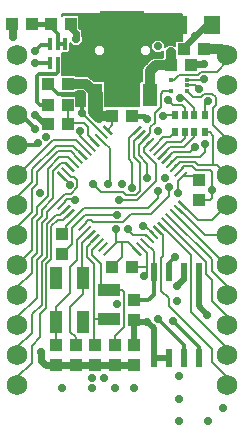
<source format=gbl>
G75*
G70*
%OFA0B0*%
%FSLAX24Y24*%
%IPPOS*%
%LPD*%
%AMOC8*
5,1,8,0,0,1.08239X$1,22.5*
%
%ADD10R,0.0433X0.0748*%
%ADD11R,0.0394X0.0433*%
%ADD12C,0.0437*%
%ADD13R,0.0079X0.0394*%
%ADD14R,0.0394X0.0079*%
%ADD15R,0.0433X0.0394*%
%ADD16R,0.0220X0.0590*%
%ADD17R,0.0118X0.0390*%
%ADD18R,0.0748X0.0433*%
%ADD19R,0.0500X0.0750*%
%ADD20R,0.1500X0.0750*%
%ADD21R,0.0236X0.0315*%
%ADD22R,0.0197X0.0315*%
%ADD23R,0.0551X0.0630*%
%ADD24C,0.0690*%
%ADD25R,0.0177X0.0118*%
%ADD26C,0.0080*%
%ADD27C,0.0278*%
%ADD28C,0.0120*%
%ADD29C,0.0200*%
%ADD30C,0.0500*%
%ADD31C,0.0320*%
%ADD32C,0.0240*%
%ADD33C,0.0060*%
%ADD34C,0.0280*%
%ADD35C,0.0160*%
%ADD36C,0.0300*%
D10*
X003040Y003827D03*
X003946Y003827D03*
X003946Y005283D03*
X003040Y005283D03*
D11*
X003243Y006070D03*
X003243Y006740D03*
X003427Y010405D03*
X003427Y011055D03*
X002758Y011055D03*
X002758Y010405D03*
X002858Y013755D03*
X002227Y013755D03*
X001558Y013755D03*
X003527Y013755D03*
X007793Y008540D03*
X007793Y007870D03*
X005643Y003040D03*
X005643Y002370D03*
X004993Y002370D03*
X004993Y003040D03*
X004343Y003040D03*
X004343Y002370D03*
X003693Y002370D03*
X003693Y003040D03*
X003043Y003040D03*
X003043Y002370D03*
D12*
X004150Y013487D02*
X004150Y013923D01*
X006335Y013923D02*
X006335Y013487D01*
D13*
G36*
X005841Y010389D02*
X005896Y010334D01*
X005619Y010057D01*
X005564Y010112D01*
X005841Y010389D01*
G37*
G36*
X005980Y010250D02*
X006035Y010195D01*
X005758Y009918D01*
X005703Y009973D01*
X005980Y010250D01*
G37*
G36*
X006119Y010111D02*
X006174Y010056D01*
X005897Y009779D01*
X005842Y009834D01*
X006119Y010111D01*
G37*
G36*
X006259Y009972D02*
X006314Y009917D01*
X006037Y009640D01*
X005982Y009695D01*
X006259Y009972D01*
G37*
G36*
X006398Y009833D02*
X006453Y009778D01*
X006176Y009501D01*
X006121Y009556D01*
X006398Y009833D01*
G37*
G36*
X006537Y009693D02*
X006592Y009638D01*
X006315Y009361D01*
X006260Y009416D01*
X006537Y009693D01*
G37*
G36*
X006676Y009554D02*
X006731Y009499D01*
X006454Y009222D01*
X006399Y009277D01*
X006676Y009554D01*
G37*
G36*
X006815Y009415D02*
X006870Y009360D01*
X006593Y009083D01*
X006538Y009138D01*
X006815Y009415D01*
G37*
G36*
X006955Y009276D02*
X007010Y009221D01*
X006733Y008944D01*
X006678Y008999D01*
X006955Y009276D01*
G37*
G36*
X007094Y009137D02*
X007149Y009082D01*
X006872Y008805D01*
X006817Y008860D01*
X007094Y009137D01*
G37*
G36*
X007233Y008997D02*
X007288Y008942D01*
X007011Y008665D01*
X006956Y008720D01*
X007233Y008997D01*
G37*
G36*
X007372Y008858D02*
X007427Y008803D01*
X007150Y008526D01*
X007095Y008581D01*
X007372Y008858D01*
G37*
G36*
X004867Y006353D02*
X004922Y006298D01*
X004645Y006021D01*
X004590Y006076D01*
X004867Y006353D01*
G37*
G36*
X004727Y006492D02*
X004782Y006437D01*
X004505Y006160D01*
X004450Y006215D01*
X004727Y006492D01*
G37*
G36*
X004588Y006631D02*
X004643Y006576D01*
X004366Y006299D01*
X004311Y006354D01*
X004588Y006631D01*
G37*
G36*
X004449Y006770D02*
X004504Y006715D01*
X004227Y006438D01*
X004172Y006493D01*
X004449Y006770D01*
G37*
G36*
X004310Y006909D02*
X004365Y006854D01*
X004088Y006577D01*
X004033Y006632D01*
X004310Y006909D01*
G37*
G36*
X004171Y007049D02*
X004226Y006994D01*
X003949Y006717D01*
X003894Y006772D01*
X004171Y007049D01*
G37*
G36*
X004031Y007188D02*
X004086Y007133D01*
X003809Y006856D01*
X003754Y006911D01*
X004031Y007188D01*
G37*
G36*
X003892Y007327D02*
X003947Y007272D01*
X003670Y006995D01*
X003615Y007050D01*
X003892Y007327D01*
G37*
G36*
X003753Y007466D02*
X003808Y007411D01*
X003531Y007134D01*
X003476Y007189D01*
X003753Y007466D01*
G37*
G36*
X003614Y007605D02*
X003669Y007550D01*
X003392Y007273D01*
X003337Y007328D01*
X003614Y007605D01*
G37*
G36*
X003475Y007745D02*
X003530Y007690D01*
X003253Y007413D01*
X003198Y007468D01*
X003475Y007745D01*
G37*
G36*
X003335Y007884D02*
X003390Y007829D01*
X003113Y007552D01*
X003058Y007607D01*
X003335Y007884D01*
G37*
D14*
G36*
X003113Y008858D02*
X003390Y008581D01*
X003335Y008526D01*
X003058Y008803D01*
X003113Y008858D01*
G37*
G36*
X003253Y008997D02*
X003530Y008720D01*
X003475Y008665D01*
X003198Y008942D01*
X003253Y008997D01*
G37*
G36*
X003392Y009137D02*
X003669Y008860D01*
X003614Y008805D01*
X003337Y009082D01*
X003392Y009137D01*
G37*
G36*
X003531Y009276D02*
X003808Y008999D01*
X003753Y008944D01*
X003476Y009221D01*
X003531Y009276D01*
G37*
G36*
X003670Y009415D02*
X003947Y009138D01*
X003892Y009083D01*
X003615Y009360D01*
X003670Y009415D01*
G37*
G36*
X003809Y009554D02*
X004086Y009277D01*
X004031Y009222D01*
X003754Y009499D01*
X003809Y009554D01*
G37*
G36*
X003949Y009693D02*
X004226Y009416D01*
X004171Y009361D01*
X003894Y009638D01*
X003949Y009693D01*
G37*
G36*
X004088Y009833D02*
X004365Y009556D01*
X004310Y009501D01*
X004033Y009778D01*
X004088Y009833D01*
G37*
G36*
X004227Y009972D02*
X004504Y009695D01*
X004449Y009640D01*
X004172Y009917D01*
X004227Y009972D01*
G37*
G36*
X004366Y010111D02*
X004643Y009834D01*
X004588Y009779D01*
X004311Y010056D01*
X004366Y010111D01*
G37*
G36*
X004505Y010250D02*
X004782Y009973D01*
X004727Y009918D01*
X004450Y010195D01*
X004505Y010250D01*
G37*
G36*
X004645Y010389D02*
X004922Y010112D01*
X004867Y010057D01*
X004590Y010334D01*
X004645Y010389D01*
G37*
G36*
X006593Y007327D02*
X006870Y007050D01*
X006815Y006995D01*
X006538Y007272D01*
X006593Y007327D01*
G37*
G36*
X006454Y007188D02*
X006731Y006911D01*
X006676Y006856D01*
X006399Y007133D01*
X006454Y007188D01*
G37*
G36*
X006315Y007049D02*
X006592Y006772D01*
X006537Y006717D01*
X006260Y006994D01*
X006315Y007049D01*
G37*
G36*
X006176Y006909D02*
X006453Y006632D01*
X006398Y006577D01*
X006121Y006854D01*
X006176Y006909D01*
G37*
G36*
X006037Y006770D02*
X006314Y006493D01*
X006259Y006438D01*
X005982Y006715D01*
X006037Y006770D01*
G37*
G36*
X005897Y006631D02*
X006174Y006354D01*
X006119Y006299D01*
X005842Y006576D01*
X005897Y006631D01*
G37*
G36*
X005758Y006492D02*
X006035Y006215D01*
X005980Y006160D01*
X005703Y006437D01*
X005758Y006492D01*
G37*
G36*
X005619Y006353D02*
X005896Y006076D01*
X005841Y006021D01*
X005564Y006298D01*
X005619Y006353D01*
G37*
G36*
X006733Y007466D02*
X007010Y007189D01*
X006955Y007134D01*
X006678Y007411D01*
X006733Y007466D01*
G37*
G36*
X006872Y007605D02*
X007149Y007328D01*
X007094Y007273D01*
X006817Y007550D01*
X006872Y007605D01*
G37*
G36*
X007011Y007745D02*
X007288Y007468D01*
X007233Y007413D01*
X006956Y007690D01*
X007011Y007745D01*
G37*
G36*
X007150Y007884D02*
X007427Y007607D01*
X007372Y007552D01*
X007095Y007829D01*
X007150Y007884D01*
G37*
D15*
X005577Y005655D03*
X004908Y005655D03*
X005643Y004540D03*
X005643Y003870D03*
X005577Y010685D03*
X004908Y010685D03*
X003427Y011755D03*
X002758Y011755D03*
X006858Y012375D03*
X007308Y012905D03*
X007527Y012375D03*
X007977Y012905D03*
D16*
X007793Y005495D03*
X007293Y005495D03*
X006793Y005495D03*
X006293Y005495D03*
X006293Y002615D03*
X006793Y002615D03*
X007293Y002615D03*
X007793Y002615D03*
D17*
X003349Y012440D03*
X003093Y012440D03*
X002837Y012440D03*
X002837Y013074D03*
X003093Y013074D03*
X003349Y013074D03*
D18*
X004793Y004897D03*
X004793Y003913D03*
D19*
X005243Y011385D03*
X006153Y011385D03*
X004333Y011385D03*
D20*
X005243Y013825D03*
D21*
X006991Y010730D03*
X006991Y010140D03*
X007995Y010140D03*
X007995Y010730D03*
D22*
X007650Y010730D03*
X007335Y010730D03*
X007335Y010140D03*
X007650Y010140D03*
D23*
X007142Y013705D03*
X008244Y013705D03*
D24*
X001743Y001705D03*
X001743Y002705D03*
X001743Y003705D03*
X001743Y004705D03*
X001743Y005705D03*
X001743Y006705D03*
X001743Y007705D03*
X001743Y008705D03*
X001743Y009705D03*
X001743Y010705D03*
X001743Y011705D03*
X001743Y012705D03*
X008743Y012705D03*
X008743Y011705D03*
X008743Y010705D03*
X008743Y009705D03*
X008743Y008705D03*
X008743Y007705D03*
X008743Y006705D03*
X008743Y005705D03*
X008743Y004705D03*
X008743Y003705D03*
X008743Y002705D03*
X008743Y001705D03*
D25*
X007413Y011508D03*
X007413Y011705D03*
X007413Y011902D03*
X006881Y011902D03*
X006881Y011508D03*
D26*
X006606Y011508D01*
X006523Y011425D01*
X006523Y010985D01*
X006323Y010785D01*
X006323Y010465D01*
X006183Y010325D01*
X006183Y010119D01*
X006008Y009945D01*
X005793Y009729D01*
X005793Y009385D01*
X006083Y009095D01*
X006083Y008605D01*
X006353Y008505D02*
X006353Y009095D01*
X005963Y009485D01*
X005963Y009621D01*
X006148Y009806D01*
X006287Y009669D02*
X006603Y009985D01*
X006836Y009985D01*
X006991Y010140D01*
X007203Y009805D02*
X007335Y009938D01*
X007335Y010140D01*
X007283Y010087D01*
X007203Y009805D02*
X006703Y009805D01*
X006694Y009796D01*
X006694Y009795D01*
X006426Y009527D01*
X006565Y009388D02*
X006822Y009645D01*
X007303Y009645D01*
X007650Y009992D01*
X007650Y010140D01*
X007995Y010140D02*
X008168Y010140D01*
X008273Y010035D01*
X008273Y009055D01*
X008283Y009045D01*
X008403Y009045D01*
X008743Y008705D01*
X008223Y008825D02*
X008223Y008225D01*
X008243Y008205D01*
X008243Y007955D01*
X008158Y007870D01*
X007793Y007870D01*
X007261Y007718D02*
X007774Y007205D01*
X008243Y007205D01*
X008743Y007705D01*
X008743Y006705D02*
X007996Y006705D01*
X007122Y007579D01*
X006983Y007439D02*
X008717Y005705D01*
X008743Y005705D01*
X008243Y005505D02*
X008743Y005005D01*
X008743Y004705D01*
X008243Y004505D02*
X008743Y004005D01*
X008743Y003705D01*
X008743Y002965D02*
X008743Y002705D01*
X008743Y002965D02*
X007543Y004165D01*
X007543Y006044D01*
X006565Y007022D01*
X006426Y006883D02*
X006593Y006716D01*
X006593Y006005D01*
X006543Y005955D01*
X006543Y004855D01*
X006793Y004605D01*
X006793Y004355D01*
X008243Y002905D01*
X008243Y002475D01*
X008743Y001975D01*
X008743Y001705D01*
X008243Y004505D02*
X008243Y005205D01*
X008043Y005405D01*
X008043Y005823D01*
X006704Y007161D01*
X006844Y007300D02*
X008239Y005905D01*
X008243Y005905D01*
X008243Y005505D01*
X006203Y007425D02*
X006793Y008015D01*
X006793Y008305D01*
X006793Y008145D01*
X007093Y008105D02*
X007093Y008524D01*
X007261Y008692D01*
X007640Y008692D01*
X007793Y008540D01*
X007703Y008885D02*
X007583Y009005D01*
X007296Y009005D01*
X007122Y008831D01*
X007122Y008834D01*
X006983Y008971D02*
X007177Y009165D01*
X007663Y009165D01*
X007783Y009045D01*
X008283Y009045D01*
X008163Y008885D02*
X007703Y008885D01*
X007843Y009325D02*
X008013Y009495D01*
X008013Y009755D01*
X007843Y009325D02*
X007059Y009325D01*
X006844Y009110D01*
X006704Y009249D02*
X006940Y009485D01*
X007513Y009485D01*
X007673Y009645D01*
X008163Y008885D02*
X008223Y008825D01*
X008743Y009705D02*
X008743Y009905D01*
X008263Y010385D01*
X008263Y010965D01*
X008363Y011065D01*
X008363Y011305D01*
X008243Y011425D01*
X007983Y011425D01*
X007863Y011305D01*
X007616Y011305D01*
X007413Y011508D01*
X007413Y011705D02*
X007683Y011705D01*
X007803Y011585D01*
X007960Y011902D02*
X007963Y011905D01*
X007960Y011902D02*
X007413Y011902D01*
X007416Y011905D01*
X007123Y012065D02*
X007783Y012065D01*
X007883Y012165D01*
X008403Y012165D01*
X008743Y012505D01*
X008743Y012705D01*
X008093Y011185D02*
X007995Y011087D01*
X007995Y010730D01*
X007650Y010730D02*
X007643Y010738D01*
X007643Y010945D01*
X007293Y011295D01*
X007153Y011295D01*
X007243Y011045D02*
X007343Y010945D01*
X007343Y010738D01*
X007335Y010730D01*
X007243Y011045D02*
X006943Y011045D01*
X006773Y011215D01*
X006783Y011205D01*
X006628Y010730D02*
X006593Y010695D01*
X006628Y010730D02*
X006991Y010730D01*
X006960Y011902D02*
X006881Y011902D01*
X006960Y011902D02*
X007123Y012065D01*
X005869Y010084D02*
X005623Y009838D01*
X005623Y009315D01*
X005823Y009115D01*
X005823Y008175D01*
X005703Y008055D01*
X005373Y008055D01*
X005283Y008145D01*
X004533Y008145D01*
X004273Y008405D01*
X004753Y008415D02*
X004823Y008485D01*
X004823Y009605D01*
X004683Y009745D01*
X004677Y009745D01*
X004477Y009945D01*
X004616Y010084D02*
X003916Y010785D01*
X003903Y010785D01*
X003973Y010465D02*
X003487Y010465D01*
X003427Y010405D01*
X003427Y011055D01*
X003973Y010465D02*
X004103Y010335D01*
X004103Y010041D01*
X004338Y009806D01*
X004199Y009667D02*
X003841Y010024D01*
X003841Y010203D01*
X003712Y009875D02*
X002943Y009875D01*
X001773Y008705D01*
X001743Y008705D01*
X002243Y008475D02*
X001743Y007975D01*
X001743Y007705D01*
X002243Y007475D02*
X001743Y006975D01*
X001743Y006705D01*
X002243Y006205D02*
X001743Y005705D01*
X002233Y005465D02*
X001743Y004975D01*
X001743Y004705D01*
X002393Y004625D02*
X001743Y003975D01*
X001743Y003705D01*
X002233Y003465D02*
X001743Y002975D01*
X001743Y002705D01*
X002233Y002465D02*
X001743Y001975D01*
X001743Y001705D01*
X002233Y002465D02*
X002233Y003025D01*
X002513Y003305D01*
X002513Y004095D01*
X002713Y004295D01*
X002713Y005755D01*
X002883Y005925D01*
X002883Y007005D01*
X003093Y007215D01*
X003278Y007215D01*
X003503Y007439D01*
X003642Y007300D02*
X003967Y007625D01*
X006103Y007625D01*
X006443Y007965D01*
X006443Y008185D01*
X006433Y008195D01*
X006353Y008505D02*
X005743Y007895D01*
X005143Y007895D01*
X005083Y007385D02*
X004005Y007385D01*
X003781Y007161D01*
X003563Y006943D01*
X003563Y006415D01*
X003243Y006095D01*
X003243Y006070D01*
X003503Y005665D02*
X003723Y005885D01*
X003723Y006546D01*
X004060Y006883D01*
X004199Y006743D02*
X003893Y006437D01*
X003893Y005336D01*
X003946Y005283D01*
X003946Y004768D01*
X003503Y004325D01*
X003503Y003495D01*
X003693Y003305D01*
X003693Y003040D01*
X004293Y003090D02*
X004293Y003913D01*
X004793Y003913D01*
X005303Y003665D02*
X004993Y003355D01*
X004993Y003040D01*
X005303Y003665D02*
X005303Y004815D01*
X005221Y004897D01*
X004793Y004897D01*
X004695Y004995D01*
X004563Y004995D01*
X004523Y005035D01*
X004523Y005765D01*
X004223Y006065D01*
X004223Y006211D01*
X004477Y006465D01*
X004338Y006604D02*
X004053Y006319D01*
X004053Y005995D01*
X004293Y005755D01*
X004293Y003913D01*
X004293Y003090D02*
X004343Y003040D01*
X003040Y004312D02*
X003503Y004775D01*
X003503Y005665D01*
X003243Y006740D02*
X003373Y006870D01*
X003373Y007031D01*
X003642Y007300D01*
X003920Y007022D02*
X004104Y007205D01*
X004193Y007205D01*
X004253Y007145D01*
X005263Y007145D01*
X005543Y007425D01*
X006203Y007425D01*
X006005Y007025D02*
X005943Y007025D01*
X006005Y007025D02*
X006287Y006743D01*
X006148Y006604D02*
X006017Y006735D01*
X005613Y006735D01*
X005443Y006905D01*
X005423Y006495D02*
X005243Y006495D01*
X005243Y005990D01*
X004908Y005655D01*
X004756Y006187D02*
X005064Y006495D01*
X005043Y006516D01*
X005043Y006905D01*
X005064Y006495D02*
X005243Y006495D01*
X005423Y006495D02*
X005730Y006188D01*
X005730Y006187D01*
X005869Y006326D02*
X006063Y006132D01*
X006063Y005655D01*
X005577Y005655D01*
X005973Y005365D02*
X006063Y005455D01*
X006063Y005655D01*
X006293Y005495D02*
X006293Y006181D01*
X006008Y006465D01*
X005563Y008295D02*
X005563Y009135D01*
X005453Y009245D01*
X005453Y009946D01*
X005730Y010223D01*
X006287Y009669D02*
X006287Y009667D01*
X004908Y010376D02*
X004908Y010685D01*
X004908Y010376D02*
X004756Y010223D01*
X004060Y009527D02*
X003712Y009875D01*
X003614Y009695D02*
X003033Y009695D01*
X002243Y008905D01*
X002243Y008475D01*
X002403Y008405D02*
X002243Y008245D01*
X002243Y007475D01*
X002403Y007415D02*
X002243Y007255D01*
X002243Y006205D01*
X002403Y006135D02*
X002233Y005965D01*
X002233Y005465D01*
X002393Y005895D02*
X002393Y004625D01*
X002553Y004395D02*
X002553Y005825D01*
X002723Y005995D01*
X002723Y007075D01*
X003023Y007375D01*
X003160Y007375D01*
X003364Y007579D01*
X003224Y007718D02*
X003412Y007905D01*
X003643Y007905D01*
X003663Y007885D01*
X003523Y008085D02*
X003333Y008085D01*
X002723Y007475D01*
X002723Y007295D01*
X002563Y007135D01*
X002563Y006065D01*
X002393Y005895D01*
X002403Y006135D02*
X002403Y007195D01*
X002563Y007355D01*
X002563Y007565D01*
X002943Y007945D01*
X002943Y008855D01*
X003193Y009105D01*
X003368Y009105D01*
X003503Y008971D01*
X003638Y009110D02*
X003642Y009110D01*
X003447Y009305D01*
X003143Y009305D01*
X002773Y008935D01*
X002773Y008025D01*
X002403Y007655D01*
X002403Y007415D01*
X002403Y008405D02*
X002403Y008815D01*
X003093Y009505D01*
X003525Y009505D01*
X003781Y009249D01*
X003920Y009388D02*
X003614Y009695D01*
X003366Y008831D02*
X003364Y008831D01*
X003366Y008831D02*
X003543Y008655D01*
X003633Y008655D01*
X003743Y008545D01*
X003743Y008305D01*
X003523Y008085D01*
X003492Y008395D02*
X003492Y008425D01*
X003224Y008692D01*
X002553Y004395D02*
X002233Y004075D01*
X002233Y003465D01*
X003040Y003827D02*
X003040Y003042D01*
X003043Y003040D01*
X003040Y003827D02*
X003040Y004312D01*
X003043Y003829D02*
X003040Y003827D01*
D27*
X002543Y002815D03*
X003243Y001605D03*
X004243Y001605D03*
X004243Y001955D03*
X004643Y001955D03*
X004993Y001605D03*
X005643Y001605D03*
X006083Y003815D03*
X006433Y003925D03*
X006923Y003855D03*
X007083Y004535D03*
X007063Y005025D03*
X006993Y005975D03*
X005973Y005365D03*
X005063Y004425D03*
X005043Y006905D03*
X005083Y007385D03*
X005143Y007895D03*
X005233Y008405D03*
X005563Y008295D03*
X006083Y008605D03*
X006433Y008195D03*
X006663Y008625D03*
X006793Y008305D03*
X007093Y008105D03*
X007673Y009645D03*
X008013Y009755D03*
X008093Y011185D03*
X007803Y011585D03*
X007963Y011905D03*
X007953Y012425D03*
X007673Y013345D03*
X006853Y012815D03*
X006443Y013005D03*
X006773Y011215D03*
X006593Y010695D03*
X006443Y010195D03*
X006073Y010585D03*
X007153Y011295D03*
X008243Y008205D03*
X005943Y007025D03*
X005443Y006905D03*
X004753Y008415D03*
X004273Y008405D03*
X003663Y007885D03*
X003492Y008395D03*
X002493Y008125D03*
X002443Y009775D03*
X002713Y009985D03*
X002343Y010265D03*
X002343Y010735D03*
X002343Y012455D03*
X002343Y012845D03*
X001603Y013325D03*
X003693Y013255D03*
X003893Y012585D03*
X003903Y010785D03*
X004273Y010805D03*
X004473Y010605D03*
X003841Y010203D03*
X008073Y004065D03*
X007143Y002005D03*
X007143Y001255D03*
X007143Y000505D03*
X008093Y000505D03*
X008593Y000955D03*
D28*
X007793Y002615D02*
X007793Y002985D01*
X006923Y003855D01*
X006433Y003925D02*
X007293Y003065D01*
X007293Y002615D01*
X006097Y004540D02*
X006293Y004735D01*
X006293Y005495D01*
X006793Y005495D02*
X006793Y005775D01*
X006993Y005975D01*
X006097Y004540D02*
X005643Y004540D01*
X006083Y008605D02*
X006093Y008605D01*
X003903Y010785D02*
X003903Y011255D01*
X003743Y011415D01*
X003098Y011415D01*
X002758Y011755D01*
X003023Y012095D02*
X002483Y012095D01*
X002393Y012005D01*
X002393Y011155D01*
X002493Y011055D01*
X002758Y011055D01*
X002343Y010265D02*
X001903Y010705D01*
X001743Y010705D01*
X001743Y009705D02*
X002373Y009705D01*
X002443Y009775D01*
X003023Y012095D02*
X003093Y012165D01*
X003093Y012440D01*
X002837Y012440D02*
X002358Y012440D01*
X002352Y012441D01*
X002347Y012444D01*
X002344Y012449D01*
X002343Y012455D01*
X002343Y012845D02*
X002543Y013045D01*
X002808Y013045D01*
X002837Y013074D01*
X003093Y013074D02*
X003093Y013405D01*
X002858Y013640D01*
X002858Y013755D01*
X003093Y013074D02*
X003349Y013074D01*
X003349Y012440D02*
X003748Y012440D01*
X003893Y012585D01*
X005243Y013825D02*
X005243Y013855D01*
D29*
X002758Y010405D02*
X002673Y010405D01*
X002343Y010735D01*
X005643Y003870D02*
X005698Y003815D01*
X006083Y003815D01*
X006293Y003605D01*
X006293Y002615D01*
X006793Y002615D01*
X008073Y004065D02*
X007793Y004345D01*
X007793Y005495D01*
X007293Y005495D02*
X007293Y005255D01*
X007063Y005025D01*
X005643Y003870D02*
X005643Y003040D01*
D30*
X005243Y011385D02*
X005243Y013825D01*
X006335Y013705D02*
X004143Y013705D01*
X006335Y013705D02*
X007142Y013705D01*
D31*
X006853Y012815D02*
X006858Y012810D01*
X006858Y012375D01*
X006353Y012375D01*
X006153Y012175D01*
X006153Y011385D01*
X004908Y010685D02*
X004423Y010685D01*
X004423Y011405D01*
X004273Y011555D01*
X004273Y010805D01*
X004473Y010605D01*
X004273Y010805D02*
X004333Y010865D01*
X004333Y011385D01*
X004333Y011465D01*
X004043Y011755D01*
X003427Y011755D01*
X005243Y013825D02*
X005243Y013905D01*
X007977Y012905D02*
X008543Y012905D01*
X008743Y012705D01*
X008224Y013685D02*
X008244Y013705D01*
D32*
X008224Y013685D02*
X008013Y013685D01*
X007673Y013345D01*
X007308Y012980D01*
X007308Y012905D01*
X007577Y012425D02*
X007527Y012375D01*
X007577Y012425D02*
X007953Y012425D01*
X003693Y013255D02*
X003693Y013455D01*
X003527Y013620D01*
X003527Y013755D01*
X002543Y002815D02*
X002543Y002525D01*
X002697Y002370D01*
X003043Y002370D01*
X003693Y002370D01*
X004343Y002370D01*
X004993Y002370D01*
X005643Y002370D01*
D33*
X005813Y011005D02*
X004673Y011005D01*
X004673Y011797D01*
X004620Y011850D01*
X004301Y011850D01*
X004255Y011897D01*
X004184Y011967D01*
X004093Y012005D01*
X003718Y012005D01*
X003681Y012042D01*
X003243Y012042D01*
X003243Y012799D01*
X003252Y012789D01*
X003445Y012789D01*
X003498Y012842D01*
X003498Y013011D01*
X003499Y013012D01*
X003499Y013125D01*
X003598Y013026D01*
X003788Y013026D01*
X003922Y013160D01*
X003922Y013350D01*
X003903Y013369D01*
X003903Y013542D01*
X003814Y013630D01*
X003814Y014009D01*
X003762Y014062D01*
X003293Y014062D01*
X003243Y014011D01*
X003243Y014011D01*
X003243Y014095D01*
X007243Y014095D01*
X007243Y013212D01*
X007223Y013192D01*
X006580Y013192D01*
X006538Y013234D02*
X006348Y013234D01*
X006214Y013100D01*
X006214Y012910D01*
X006348Y012776D01*
X006538Y012776D01*
X006603Y012841D01*
X006603Y012841D01*
X006603Y012765D01*
X006608Y012752D01*
X006608Y012662D01*
X006604Y012662D01*
X006567Y012625D01*
X006303Y012625D01*
X006211Y012587D01*
X006141Y012517D01*
X005941Y012317D01*
X005903Y012225D01*
X005903Y012125D01*
X005903Y011850D01*
X005866Y011850D01*
X005813Y011797D01*
X005813Y011005D01*
X005813Y011028D02*
X004673Y011028D01*
X004673Y011086D02*
X005813Y011086D01*
X005813Y011145D02*
X004673Y011145D01*
X004673Y011203D02*
X005813Y011203D01*
X005813Y011262D02*
X004673Y011262D01*
X004673Y011320D02*
X005813Y011320D01*
X005813Y011379D02*
X004673Y011379D01*
X004673Y011437D02*
X005813Y011437D01*
X005813Y011496D02*
X004673Y011496D01*
X004673Y011554D02*
X005813Y011554D01*
X005813Y011613D02*
X004673Y011613D01*
X004673Y011671D02*
X005813Y011671D01*
X005813Y011730D02*
X004673Y011730D01*
X004673Y011788D02*
X005813Y011788D01*
X005862Y011847D02*
X004624Y011847D01*
X004246Y011905D02*
X005903Y011905D01*
X005903Y011964D02*
X004188Y011964D01*
X003939Y011505D02*
X003993Y011451D01*
X003993Y011005D01*
X003714Y011005D01*
X003714Y011309D01*
X003662Y011362D01*
X003243Y011362D01*
X003243Y011468D01*
X003681Y011468D01*
X003718Y011505D01*
X003939Y011505D01*
X003949Y011496D02*
X003709Y011496D01*
X003703Y011320D02*
X003993Y011320D01*
X003993Y011262D02*
X003714Y011262D01*
X003714Y011203D02*
X003993Y011203D01*
X003993Y011145D02*
X003714Y011145D01*
X003714Y011086D02*
X003993Y011086D01*
X003993Y011028D02*
X003714Y011028D01*
X003993Y011379D02*
X003243Y011379D01*
X003243Y011437D02*
X003993Y011437D01*
X003701Y012022D02*
X005903Y012022D01*
X005903Y012081D02*
X003243Y012081D01*
X003243Y012139D02*
X005903Y012139D01*
X005903Y012198D02*
X003243Y012198D01*
X003243Y012256D02*
X005916Y012256D01*
X005940Y012315D02*
X003243Y012315D01*
X003243Y012373D02*
X005997Y012373D01*
X006056Y012432D02*
X003243Y012432D01*
X003243Y012490D02*
X006114Y012490D01*
X006173Y012549D02*
X003243Y012549D01*
X003243Y012607D02*
X006260Y012607D01*
X006088Y012690D02*
X006199Y012800D01*
X006199Y012956D01*
X006088Y013066D01*
X005933Y013066D01*
X005822Y012956D01*
X005822Y012800D01*
X005933Y012690D01*
X006088Y012690D01*
X006122Y012724D02*
X006608Y012724D01*
X006608Y012666D02*
X003243Y012666D01*
X003243Y012724D02*
X004363Y012724D01*
X004397Y012690D02*
X004553Y012690D01*
X004663Y012800D01*
X004663Y012956D01*
X004553Y013066D01*
X004397Y013066D01*
X004287Y012956D01*
X004287Y012800D01*
X004397Y012690D01*
X004305Y012783D02*
X003243Y012783D01*
X003497Y012841D02*
X004287Y012841D01*
X004287Y012900D02*
X003498Y012900D01*
X003498Y012958D02*
X004289Y012958D01*
X004347Y013017D02*
X003499Y013017D01*
X003499Y013075D02*
X003549Y013075D01*
X003837Y013075D02*
X006214Y013075D01*
X006214Y013017D02*
X006138Y013017D01*
X006197Y012958D02*
X006214Y012958D01*
X006224Y012900D02*
X006199Y012900D01*
X006199Y012841D02*
X006283Y012841D01*
X006341Y012783D02*
X006181Y012783D01*
X006247Y013134D02*
X003895Y013134D01*
X003922Y013192D02*
X006306Y013192D01*
X006538Y013234D02*
X006672Y013100D01*
X006672Y012988D01*
X006711Y013027D01*
X006803Y013065D01*
X006903Y013065D01*
X006994Y013027D01*
X007000Y013022D01*
X007002Y013020D01*
X007002Y013139D01*
X007054Y013192D01*
X007223Y013192D01*
X007243Y013251D02*
X003922Y013251D01*
X003922Y013309D02*
X007243Y013309D01*
X007243Y013368D02*
X003904Y013368D01*
X003903Y013426D02*
X007243Y013426D01*
X007243Y013485D02*
X003903Y013485D01*
X003902Y013543D02*
X007243Y013543D01*
X007243Y013602D02*
X003843Y013602D01*
X003814Y013660D02*
X007243Y013660D01*
X007243Y013719D02*
X003814Y013719D01*
X003814Y013777D02*
X007243Y013777D01*
X007243Y013836D02*
X003814Y013836D01*
X003814Y013894D02*
X007243Y013894D01*
X007243Y013953D02*
X003814Y013953D01*
X003812Y014011D02*
X007243Y014011D01*
X007243Y014070D02*
X003243Y014070D01*
X004603Y013017D02*
X005883Y013017D01*
X005824Y012958D02*
X004661Y012958D01*
X004663Y012900D02*
X005822Y012900D01*
X005822Y012841D02*
X004663Y012841D01*
X004645Y012783D02*
X005840Y012783D01*
X005899Y012724D02*
X004587Y012724D01*
X006544Y012783D02*
X006603Y012783D01*
X006672Y013017D02*
X006701Y013017D01*
X006672Y013075D02*
X007002Y013075D01*
X007002Y013134D02*
X006638Y013134D01*
D34*
X001603Y013325D02*
X001603Y013710D01*
X001558Y013755D01*
D35*
X002227Y013755D02*
X002858Y013755D01*
X005577Y010685D02*
X005973Y010685D01*
X006073Y010585D01*
D36*
X008253Y013696D02*
X008244Y013705D01*
M02*

</source>
